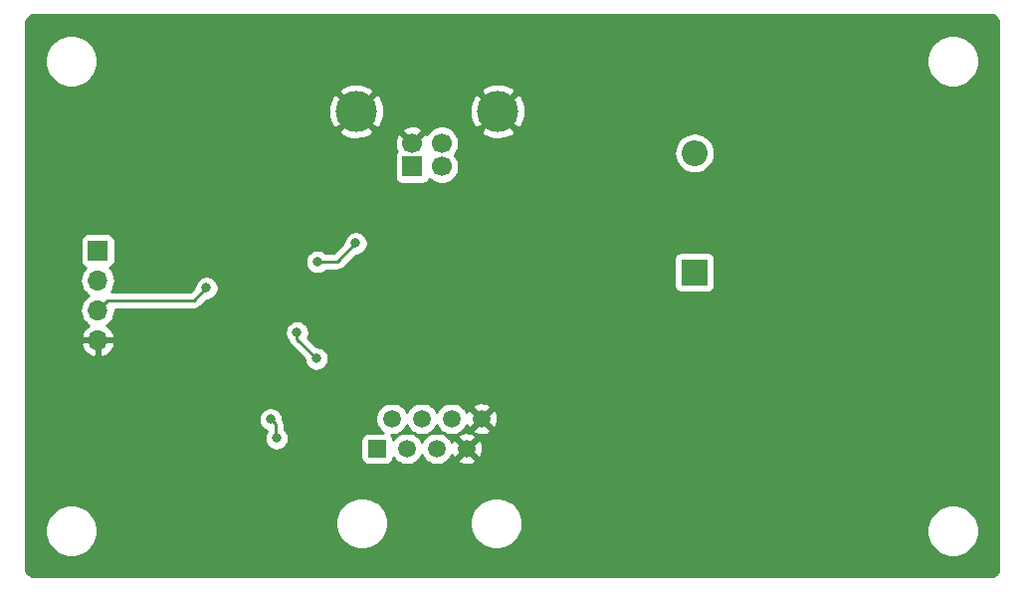
<source format=gbr>
G04 #@! TF.GenerationSoftware,KiCad,Pcbnew,(5.1.2-1)-1*
G04 #@! TF.CreationDate,2019-09-19T03:42:36+01:00*
G04 #@! TF.ProjectId,USB,5553422e-6b69-4636-9164-5f7063625858,rev?*
G04 #@! TF.SameCoordinates,Original*
G04 #@! TF.FileFunction,Copper,L2,Bot*
G04 #@! TF.FilePolarity,Positive*
%FSLAX46Y46*%
G04 Gerber Fmt 4.6, Leading zero omitted, Abs format (unit mm)*
G04 Created by KiCad (PCBNEW (5.1.2-1)-1) date 2019-09-19 03:42:36*
%MOMM*%
%LPD*%
G04 APERTURE LIST*
%ADD10C,1.500000*%
%ADD11R,1.500000X1.500000*%
%ADD12O,1.700000X1.700000*%
%ADD13R,1.700000X1.700000*%
%ADD14C,3.500000*%
%ADD15C,1.700000*%
%ADD16O,2.200000X2.200000*%
%ADD17R,2.200000X2.200000*%
%ADD18C,0.800000*%
%ADD19C,0.250000*%
%ADD20C,0.254000*%
G04 APERTURE END LIST*
D10*
X155890000Y-112460000D03*
X154620000Y-115000000D03*
X153350000Y-112460000D03*
X152080000Y-115000000D03*
X150810000Y-112460000D03*
X149540000Y-115000000D03*
X148270000Y-112460000D03*
D11*
X147000000Y-115000000D03*
D12*
X123232200Y-105770400D03*
X123232200Y-103230400D03*
X123232200Y-100690400D03*
D13*
X123232200Y-98150400D03*
D14*
X157270000Y-86290000D03*
X145230000Y-86290000D03*
D15*
X150000000Y-89000000D03*
X152500000Y-89000000D03*
X152500000Y-91000000D03*
D13*
X150000000Y-91000000D03*
D16*
X174000000Y-89840000D03*
D17*
X174000000Y-100000000D03*
D18*
X182219600Y-109461300D03*
X156616400Y-103289100D03*
X147345400Y-104470200D03*
X141986100Y-102311300D03*
X128320800Y-116852700D03*
X129247900Y-112268000D03*
X180000000Y-104000000D03*
X157124400Y-100431600D03*
X147000000Y-100523000D03*
X145186400Y-97510600D03*
X141909800Y-99110800D03*
X140182600Y-105117900D03*
X141833600Y-107327700D03*
X132486400Y-101320600D03*
X137947400Y-112509300D03*
X138442454Y-114102121D03*
D19*
X143637000Y-99060000D02*
X145186400Y-97510600D01*
X141960600Y-99060000D02*
X143637000Y-99060000D01*
X141909800Y-99110800D02*
X141960600Y-99060000D01*
X141732000Y-107226100D02*
X141833600Y-107327700D01*
X141732000Y-107118685D02*
X141732000Y-107226100D01*
X124082199Y-102380401D02*
X131426599Y-102380401D01*
X123232200Y-103230400D02*
X124082199Y-102380401D01*
X131426599Y-102380401D02*
X132486400Y-101320600D01*
X140182600Y-105676700D02*
X140182600Y-105117900D01*
X141833600Y-107327700D02*
X140182600Y-105676700D01*
X138347399Y-112909299D02*
X138347399Y-113874499D01*
X137947400Y-112509300D02*
X138347399Y-112909299D01*
X138442454Y-113969554D02*
X138442454Y-114102121D01*
X138347399Y-113874499D02*
X138442454Y-113969554D01*
D20*
G36*
X199646612Y-78341848D02*
G01*
X199873000Y-78615503D01*
X199873000Y-125383182D01*
X199658150Y-125646613D01*
X199384497Y-125873000D01*
X117616818Y-125873000D01*
X117353387Y-125658150D01*
X117127000Y-125384497D01*
X117127000Y-121779872D01*
X118765000Y-121779872D01*
X118765000Y-122220128D01*
X118850890Y-122651925D01*
X119019369Y-123058669D01*
X119263962Y-123424729D01*
X119575271Y-123736038D01*
X119941331Y-123980631D01*
X120348075Y-124149110D01*
X120779872Y-124235000D01*
X121220128Y-124235000D01*
X121651925Y-124149110D01*
X122058669Y-123980631D01*
X122424729Y-123736038D01*
X122736038Y-123424729D01*
X122980631Y-123058669D01*
X123149110Y-122651925D01*
X123235000Y-122220128D01*
X123235000Y-121779872D01*
X123149110Y-121348075D01*
X123058728Y-121129872D01*
X143495000Y-121129872D01*
X143495000Y-121570128D01*
X143580890Y-122001925D01*
X143749369Y-122408669D01*
X143993962Y-122774729D01*
X144305271Y-123086038D01*
X144671331Y-123330631D01*
X145078075Y-123499110D01*
X145509872Y-123585000D01*
X145950128Y-123585000D01*
X146381925Y-123499110D01*
X146788669Y-123330631D01*
X147154729Y-123086038D01*
X147466038Y-122774729D01*
X147710631Y-122408669D01*
X147879110Y-122001925D01*
X147965000Y-121570128D01*
X147965000Y-121129872D01*
X154925000Y-121129872D01*
X154925000Y-121570128D01*
X155010890Y-122001925D01*
X155179369Y-122408669D01*
X155423962Y-122774729D01*
X155735271Y-123086038D01*
X156101331Y-123330631D01*
X156508075Y-123499110D01*
X156939872Y-123585000D01*
X157380128Y-123585000D01*
X157811925Y-123499110D01*
X158218669Y-123330631D01*
X158584729Y-123086038D01*
X158896038Y-122774729D01*
X159140631Y-122408669D01*
X159309110Y-122001925D01*
X159353279Y-121779872D01*
X193765000Y-121779872D01*
X193765000Y-122220128D01*
X193850890Y-122651925D01*
X194019369Y-123058669D01*
X194263962Y-123424729D01*
X194575271Y-123736038D01*
X194941331Y-123980631D01*
X195348075Y-124149110D01*
X195779872Y-124235000D01*
X196220128Y-124235000D01*
X196651925Y-124149110D01*
X197058669Y-123980631D01*
X197424729Y-123736038D01*
X197736038Y-123424729D01*
X197980631Y-123058669D01*
X198149110Y-122651925D01*
X198235000Y-122220128D01*
X198235000Y-121779872D01*
X198149110Y-121348075D01*
X197980631Y-120941331D01*
X197736038Y-120575271D01*
X197424729Y-120263962D01*
X197058669Y-120019369D01*
X196651925Y-119850890D01*
X196220128Y-119765000D01*
X195779872Y-119765000D01*
X195348075Y-119850890D01*
X194941331Y-120019369D01*
X194575271Y-120263962D01*
X194263962Y-120575271D01*
X194019369Y-120941331D01*
X193850890Y-121348075D01*
X193765000Y-121779872D01*
X159353279Y-121779872D01*
X159395000Y-121570128D01*
X159395000Y-121129872D01*
X159309110Y-120698075D01*
X159140631Y-120291331D01*
X158896038Y-119925271D01*
X158584729Y-119613962D01*
X158218669Y-119369369D01*
X157811925Y-119200890D01*
X157380128Y-119115000D01*
X156939872Y-119115000D01*
X156508075Y-119200890D01*
X156101331Y-119369369D01*
X155735271Y-119613962D01*
X155423962Y-119925271D01*
X155179369Y-120291331D01*
X155010890Y-120698075D01*
X154925000Y-121129872D01*
X147965000Y-121129872D01*
X147879110Y-120698075D01*
X147710631Y-120291331D01*
X147466038Y-119925271D01*
X147154729Y-119613962D01*
X146788669Y-119369369D01*
X146381925Y-119200890D01*
X145950128Y-119115000D01*
X145509872Y-119115000D01*
X145078075Y-119200890D01*
X144671331Y-119369369D01*
X144305271Y-119613962D01*
X143993962Y-119925271D01*
X143749369Y-120291331D01*
X143580890Y-120698075D01*
X143495000Y-121129872D01*
X123058728Y-121129872D01*
X122980631Y-120941331D01*
X122736038Y-120575271D01*
X122424729Y-120263962D01*
X122058669Y-120019369D01*
X121651925Y-119850890D01*
X121220128Y-119765000D01*
X120779872Y-119765000D01*
X120348075Y-119850890D01*
X119941331Y-120019369D01*
X119575271Y-120263962D01*
X119263962Y-120575271D01*
X119019369Y-120941331D01*
X118850890Y-121348075D01*
X118765000Y-121779872D01*
X117127000Y-121779872D01*
X117127000Y-112407361D01*
X136912400Y-112407361D01*
X136912400Y-112611239D01*
X136952174Y-112811198D01*
X137030195Y-112999556D01*
X137143463Y-113169074D01*
X137287626Y-113313237D01*
X137457144Y-113426505D01*
X137587400Y-113480459D01*
X137587400Y-113518850D01*
X137525249Y-113611865D01*
X137447228Y-113800223D01*
X137407454Y-114000182D01*
X137407454Y-114204060D01*
X137447228Y-114404019D01*
X137525249Y-114592377D01*
X137638517Y-114761895D01*
X137782680Y-114906058D01*
X137952198Y-115019326D01*
X138140556Y-115097347D01*
X138340515Y-115137121D01*
X138544393Y-115137121D01*
X138744352Y-115097347D01*
X138932710Y-115019326D01*
X139102228Y-114906058D01*
X139246391Y-114761895D01*
X139359659Y-114592377D01*
X139437680Y-114404019D01*
X139468316Y-114250000D01*
X145611928Y-114250000D01*
X145611928Y-115750000D01*
X145624188Y-115874482D01*
X145660498Y-115994180D01*
X145719463Y-116104494D01*
X145798815Y-116201185D01*
X145895506Y-116280537D01*
X146005820Y-116339502D01*
X146125518Y-116375812D01*
X146250000Y-116388072D01*
X147750000Y-116388072D01*
X147874482Y-116375812D01*
X147994180Y-116339502D01*
X148104494Y-116280537D01*
X148201185Y-116201185D01*
X148280537Y-116104494D01*
X148339502Y-115994180D01*
X148375812Y-115874482D01*
X148386445Y-115766517D01*
X148464201Y-115882886D01*
X148657114Y-116075799D01*
X148883957Y-116227371D01*
X149136011Y-116331775D01*
X149403589Y-116385000D01*
X149676411Y-116385000D01*
X149943989Y-116331775D01*
X150196043Y-116227371D01*
X150422886Y-116075799D01*
X150615799Y-115882886D01*
X150767371Y-115656043D01*
X150810000Y-115553127D01*
X150852629Y-115656043D01*
X151004201Y-115882886D01*
X151197114Y-116075799D01*
X151423957Y-116227371D01*
X151676011Y-116331775D01*
X151943589Y-116385000D01*
X152216411Y-116385000D01*
X152483989Y-116331775D01*
X152736043Y-116227371D01*
X152962886Y-116075799D01*
X153081692Y-115956993D01*
X153842612Y-115956993D01*
X153908137Y-116195860D01*
X154155116Y-116311760D01*
X154419960Y-116377250D01*
X154692492Y-116389812D01*
X154962238Y-116348965D01*
X155218832Y-116256277D01*
X155331863Y-116195860D01*
X155397388Y-115956993D01*
X154620000Y-115179605D01*
X153842612Y-115956993D01*
X153081692Y-115956993D01*
X153155799Y-115882886D01*
X153307371Y-115656043D01*
X153348511Y-115556721D01*
X153363723Y-115598832D01*
X153424140Y-115711863D01*
X153663007Y-115777388D01*
X154440395Y-115000000D01*
X154799605Y-115000000D01*
X155576993Y-115777388D01*
X155815860Y-115711863D01*
X155931760Y-115464884D01*
X155997250Y-115200040D01*
X156009812Y-114927508D01*
X155968965Y-114657762D01*
X155876277Y-114401168D01*
X155815860Y-114288137D01*
X155576993Y-114222612D01*
X154799605Y-115000000D01*
X154440395Y-115000000D01*
X153663007Y-114222612D01*
X153424140Y-114288137D01*
X153349836Y-114446477D01*
X153307371Y-114343957D01*
X153155799Y-114117114D01*
X153081692Y-114043007D01*
X153842612Y-114043007D01*
X154620000Y-114820395D01*
X155397388Y-114043007D01*
X155331863Y-113804140D01*
X155084884Y-113688240D01*
X154820040Y-113622750D01*
X154547508Y-113610188D01*
X154277762Y-113651035D01*
X154021168Y-113743723D01*
X153908137Y-113804140D01*
X153842612Y-114043007D01*
X153081692Y-114043007D01*
X152962886Y-113924201D01*
X152736043Y-113772629D01*
X152483989Y-113668225D01*
X152216411Y-113615000D01*
X151943589Y-113615000D01*
X151676011Y-113668225D01*
X151423957Y-113772629D01*
X151197114Y-113924201D01*
X151004201Y-114117114D01*
X150852629Y-114343957D01*
X150810000Y-114446873D01*
X150767371Y-114343957D01*
X150615799Y-114117114D01*
X150422886Y-113924201D01*
X150196043Y-113772629D01*
X149943989Y-113668225D01*
X149676411Y-113615000D01*
X149403589Y-113615000D01*
X149136011Y-113668225D01*
X148883957Y-113772629D01*
X148657114Y-113924201D01*
X148464201Y-114117114D01*
X148386445Y-114233483D01*
X148375812Y-114125518D01*
X148339502Y-114005820D01*
X148280537Y-113895506D01*
X148239088Y-113845000D01*
X148406411Y-113845000D01*
X148673989Y-113791775D01*
X148926043Y-113687371D01*
X149152886Y-113535799D01*
X149345799Y-113342886D01*
X149497371Y-113116043D01*
X149540000Y-113013127D01*
X149582629Y-113116043D01*
X149734201Y-113342886D01*
X149927114Y-113535799D01*
X150153957Y-113687371D01*
X150406011Y-113791775D01*
X150673589Y-113845000D01*
X150946411Y-113845000D01*
X151213989Y-113791775D01*
X151466043Y-113687371D01*
X151692886Y-113535799D01*
X151885799Y-113342886D01*
X152037371Y-113116043D01*
X152080000Y-113013127D01*
X152122629Y-113116043D01*
X152274201Y-113342886D01*
X152467114Y-113535799D01*
X152693957Y-113687371D01*
X152946011Y-113791775D01*
X153213589Y-113845000D01*
X153486411Y-113845000D01*
X153753989Y-113791775D01*
X154006043Y-113687371D01*
X154232886Y-113535799D01*
X154351692Y-113416993D01*
X155112612Y-113416993D01*
X155178137Y-113655860D01*
X155425116Y-113771760D01*
X155689960Y-113837250D01*
X155962492Y-113849812D01*
X156232238Y-113808965D01*
X156488832Y-113716277D01*
X156601863Y-113655860D01*
X156667388Y-113416993D01*
X155890000Y-112639605D01*
X155112612Y-113416993D01*
X154351692Y-113416993D01*
X154425799Y-113342886D01*
X154577371Y-113116043D01*
X154618511Y-113016721D01*
X154633723Y-113058832D01*
X154694140Y-113171863D01*
X154933007Y-113237388D01*
X155710395Y-112460000D01*
X156069605Y-112460000D01*
X156846993Y-113237388D01*
X157085860Y-113171863D01*
X157201760Y-112924884D01*
X157267250Y-112660040D01*
X157279812Y-112387508D01*
X157238965Y-112117762D01*
X157146277Y-111861168D01*
X157085860Y-111748137D01*
X156846993Y-111682612D01*
X156069605Y-112460000D01*
X155710395Y-112460000D01*
X154933007Y-111682612D01*
X154694140Y-111748137D01*
X154619836Y-111906477D01*
X154577371Y-111803957D01*
X154425799Y-111577114D01*
X154351692Y-111503007D01*
X155112612Y-111503007D01*
X155890000Y-112280395D01*
X156667388Y-111503007D01*
X156601863Y-111264140D01*
X156354884Y-111148240D01*
X156090040Y-111082750D01*
X155817508Y-111070188D01*
X155547762Y-111111035D01*
X155291168Y-111203723D01*
X155178137Y-111264140D01*
X155112612Y-111503007D01*
X154351692Y-111503007D01*
X154232886Y-111384201D01*
X154006043Y-111232629D01*
X153753989Y-111128225D01*
X153486411Y-111075000D01*
X153213589Y-111075000D01*
X152946011Y-111128225D01*
X152693957Y-111232629D01*
X152467114Y-111384201D01*
X152274201Y-111577114D01*
X152122629Y-111803957D01*
X152080000Y-111906873D01*
X152037371Y-111803957D01*
X151885799Y-111577114D01*
X151692886Y-111384201D01*
X151466043Y-111232629D01*
X151213989Y-111128225D01*
X150946411Y-111075000D01*
X150673589Y-111075000D01*
X150406011Y-111128225D01*
X150153957Y-111232629D01*
X149927114Y-111384201D01*
X149734201Y-111577114D01*
X149582629Y-111803957D01*
X149540000Y-111906873D01*
X149497371Y-111803957D01*
X149345799Y-111577114D01*
X149152886Y-111384201D01*
X148926043Y-111232629D01*
X148673989Y-111128225D01*
X148406411Y-111075000D01*
X148133589Y-111075000D01*
X147866011Y-111128225D01*
X147613957Y-111232629D01*
X147387114Y-111384201D01*
X147194201Y-111577114D01*
X147042629Y-111803957D01*
X146938225Y-112056011D01*
X146885000Y-112323589D01*
X146885000Y-112596411D01*
X146938225Y-112863989D01*
X147042629Y-113116043D01*
X147194201Y-113342886D01*
X147387114Y-113535799D01*
X147501049Y-113611928D01*
X146250000Y-113611928D01*
X146125518Y-113624188D01*
X146005820Y-113660498D01*
X145895506Y-113719463D01*
X145798815Y-113798815D01*
X145719463Y-113895506D01*
X145660498Y-114005820D01*
X145624188Y-114125518D01*
X145611928Y-114250000D01*
X139468316Y-114250000D01*
X139477454Y-114204060D01*
X139477454Y-114000182D01*
X139437680Y-113800223D01*
X139359659Y-113611865D01*
X139246391Y-113442347D01*
X139107399Y-113303355D01*
X139107399Y-112946621D01*
X139111075Y-112909298D01*
X139107399Y-112871976D01*
X139107399Y-112871966D01*
X139096402Y-112760313D01*
X139052945Y-112617052D01*
X138982400Y-112485074D01*
X138982400Y-112407361D01*
X138942626Y-112207402D01*
X138864605Y-112019044D01*
X138751337Y-111849526D01*
X138607174Y-111705363D01*
X138437656Y-111592095D01*
X138249298Y-111514074D01*
X138049339Y-111474300D01*
X137845461Y-111474300D01*
X137645502Y-111514074D01*
X137457144Y-111592095D01*
X137287626Y-111705363D01*
X137143463Y-111849526D01*
X137030195Y-112019044D01*
X136952174Y-112207402D01*
X136912400Y-112407361D01*
X117127000Y-112407361D01*
X117127000Y-106127290D01*
X121790724Y-106127290D01*
X121835375Y-106274499D01*
X121960559Y-106537320D01*
X122134612Y-106770669D01*
X122350845Y-106965578D01*
X122600948Y-107114557D01*
X122875309Y-107211881D01*
X123105200Y-107091214D01*
X123105200Y-105897400D01*
X123359200Y-105897400D01*
X123359200Y-107091214D01*
X123589091Y-107211881D01*
X123863452Y-107114557D01*
X124113555Y-106965578D01*
X124329788Y-106770669D01*
X124503841Y-106537320D01*
X124629025Y-106274499D01*
X124673676Y-106127290D01*
X124552355Y-105897400D01*
X123359200Y-105897400D01*
X123105200Y-105897400D01*
X121912045Y-105897400D01*
X121790724Y-106127290D01*
X117127000Y-106127290D01*
X117127000Y-100690400D01*
X121740015Y-100690400D01*
X121768687Y-100981511D01*
X121853601Y-101261434D01*
X121991494Y-101519414D01*
X122177066Y-101745534D01*
X122403186Y-101931106D01*
X122457991Y-101960400D01*
X122403186Y-101989694D01*
X122177066Y-102175266D01*
X121991494Y-102401386D01*
X121853601Y-102659366D01*
X121768687Y-102939289D01*
X121740015Y-103230400D01*
X121768687Y-103521511D01*
X121853601Y-103801434D01*
X121991494Y-104059414D01*
X122177066Y-104285534D01*
X122403186Y-104471106D01*
X122467723Y-104505601D01*
X122350845Y-104575222D01*
X122134612Y-104770131D01*
X121960559Y-105003480D01*
X121835375Y-105266301D01*
X121790724Y-105413510D01*
X121912045Y-105643400D01*
X123105200Y-105643400D01*
X123105200Y-105623400D01*
X123359200Y-105623400D01*
X123359200Y-105643400D01*
X124552355Y-105643400D01*
X124673676Y-105413510D01*
X124629025Y-105266301D01*
X124509786Y-105015961D01*
X139147600Y-105015961D01*
X139147600Y-105219839D01*
X139187374Y-105419798D01*
X139265395Y-105608156D01*
X139378663Y-105777674D01*
X139436611Y-105835622D01*
X139462764Y-105921837D01*
X139477054Y-105968946D01*
X139547626Y-106100976D01*
X139569222Y-106127290D01*
X139642599Y-106216701D01*
X139671603Y-106240504D01*
X140798600Y-107367502D01*
X140798600Y-107429639D01*
X140838374Y-107629598D01*
X140916395Y-107817956D01*
X141029663Y-107987474D01*
X141173826Y-108131637D01*
X141343344Y-108244905D01*
X141531702Y-108322926D01*
X141731661Y-108362700D01*
X141935539Y-108362700D01*
X142135498Y-108322926D01*
X142323856Y-108244905D01*
X142493374Y-108131637D01*
X142637537Y-107987474D01*
X142750805Y-107817956D01*
X142828826Y-107629598D01*
X142868600Y-107429639D01*
X142868600Y-107225761D01*
X142828826Y-107025802D01*
X142750805Y-106837444D01*
X142637537Y-106667926D01*
X142493374Y-106523763D01*
X142323856Y-106410495D01*
X142135498Y-106332474D01*
X141935539Y-106292700D01*
X141873402Y-106292700D01*
X141125888Y-105545187D01*
X141177826Y-105419798D01*
X141217600Y-105219839D01*
X141217600Y-105015961D01*
X141177826Y-104816002D01*
X141099805Y-104627644D01*
X140986537Y-104458126D01*
X140842374Y-104313963D01*
X140672856Y-104200695D01*
X140484498Y-104122674D01*
X140284539Y-104082900D01*
X140080661Y-104082900D01*
X139880702Y-104122674D01*
X139692344Y-104200695D01*
X139522826Y-104313963D01*
X139378663Y-104458126D01*
X139265395Y-104627644D01*
X139187374Y-104816002D01*
X139147600Y-105015961D01*
X124509786Y-105015961D01*
X124503841Y-105003480D01*
X124329788Y-104770131D01*
X124113555Y-104575222D01*
X123996677Y-104505601D01*
X124061214Y-104471106D01*
X124287334Y-104285534D01*
X124472906Y-104059414D01*
X124610799Y-103801434D01*
X124695713Y-103521511D01*
X124724385Y-103230400D01*
X124715521Y-103140401D01*
X131389277Y-103140401D01*
X131426599Y-103144077D01*
X131463921Y-103140401D01*
X131463932Y-103140401D01*
X131575585Y-103129404D01*
X131718846Y-103085947D01*
X131850875Y-103015375D01*
X131966600Y-102920402D01*
X131990403Y-102891399D01*
X132526202Y-102355600D01*
X132588339Y-102355600D01*
X132788298Y-102315826D01*
X132976656Y-102237805D01*
X133146174Y-102124537D01*
X133290337Y-101980374D01*
X133403605Y-101810856D01*
X133481626Y-101622498D01*
X133521400Y-101422539D01*
X133521400Y-101218661D01*
X133481626Y-101018702D01*
X133403605Y-100830344D01*
X133290337Y-100660826D01*
X133146174Y-100516663D01*
X132976656Y-100403395D01*
X132788298Y-100325374D01*
X132588339Y-100285600D01*
X132384461Y-100285600D01*
X132184502Y-100325374D01*
X131996144Y-100403395D01*
X131826626Y-100516663D01*
X131682463Y-100660826D01*
X131569195Y-100830344D01*
X131491174Y-101018702D01*
X131451400Y-101218661D01*
X131451400Y-101280798D01*
X131111798Y-101620401D01*
X124390028Y-101620401D01*
X124472906Y-101519414D01*
X124610799Y-101261434D01*
X124695713Y-100981511D01*
X124724385Y-100690400D01*
X124695713Y-100399289D01*
X124610799Y-100119366D01*
X124472906Y-99861386D01*
X124287334Y-99635266D01*
X124257513Y-99610793D01*
X124326380Y-99589902D01*
X124436694Y-99530937D01*
X124533385Y-99451585D01*
X124612737Y-99354894D01*
X124671702Y-99244580D01*
X124708012Y-99124882D01*
X124719438Y-99008861D01*
X140874800Y-99008861D01*
X140874800Y-99212739D01*
X140914574Y-99412698D01*
X140992595Y-99601056D01*
X141105863Y-99770574D01*
X141250026Y-99914737D01*
X141419544Y-100028005D01*
X141607902Y-100106026D01*
X141807861Y-100145800D01*
X142011739Y-100145800D01*
X142211698Y-100106026D01*
X142400056Y-100028005D01*
X142569574Y-99914737D01*
X142664311Y-99820000D01*
X143599678Y-99820000D01*
X143637000Y-99823676D01*
X143674322Y-99820000D01*
X143674333Y-99820000D01*
X143785986Y-99809003D01*
X143929247Y-99765546D01*
X144061276Y-99694974D01*
X144177001Y-99600001D01*
X144200803Y-99570998D01*
X144871801Y-98900000D01*
X172261928Y-98900000D01*
X172261928Y-101100000D01*
X172274188Y-101224482D01*
X172310498Y-101344180D01*
X172369463Y-101454494D01*
X172448815Y-101551185D01*
X172545506Y-101630537D01*
X172655820Y-101689502D01*
X172775518Y-101725812D01*
X172900000Y-101738072D01*
X175100000Y-101738072D01*
X175224482Y-101725812D01*
X175344180Y-101689502D01*
X175454494Y-101630537D01*
X175551185Y-101551185D01*
X175630537Y-101454494D01*
X175689502Y-101344180D01*
X175725812Y-101224482D01*
X175738072Y-101100000D01*
X175738072Y-98900000D01*
X175725812Y-98775518D01*
X175689502Y-98655820D01*
X175630537Y-98545506D01*
X175551185Y-98448815D01*
X175454494Y-98369463D01*
X175344180Y-98310498D01*
X175224482Y-98274188D01*
X175100000Y-98261928D01*
X172900000Y-98261928D01*
X172775518Y-98274188D01*
X172655820Y-98310498D01*
X172545506Y-98369463D01*
X172448815Y-98448815D01*
X172369463Y-98545506D01*
X172310498Y-98655820D01*
X172274188Y-98775518D01*
X172261928Y-98900000D01*
X144871801Y-98900000D01*
X145226202Y-98545600D01*
X145288339Y-98545600D01*
X145488298Y-98505826D01*
X145676656Y-98427805D01*
X145846174Y-98314537D01*
X145990337Y-98170374D01*
X146103605Y-98000856D01*
X146181626Y-97812498D01*
X146221400Y-97612539D01*
X146221400Y-97408661D01*
X146181626Y-97208702D01*
X146103605Y-97020344D01*
X145990337Y-96850826D01*
X145846174Y-96706663D01*
X145676656Y-96593395D01*
X145488298Y-96515374D01*
X145288339Y-96475600D01*
X145084461Y-96475600D01*
X144884502Y-96515374D01*
X144696144Y-96593395D01*
X144526626Y-96706663D01*
X144382463Y-96850826D01*
X144269195Y-97020344D01*
X144191174Y-97208702D01*
X144151400Y-97408661D01*
X144151400Y-97470798D01*
X143322199Y-98300000D01*
X142559303Y-98300000D01*
X142400056Y-98193595D01*
X142211698Y-98115574D01*
X142011739Y-98075800D01*
X141807861Y-98075800D01*
X141607902Y-98115574D01*
X141419544Y-98193595D01*
X141250026Y-98306863D01*
X141105863Y-98451026D01*
X140992595Y-98620544D01*
X140914574Y-98808902D01*
X140874800Y-99008861D01*
X124719438Y-99008861D01*
X124720272Y-99000400D01*
X124720272Y-97300400D01*
X124708012Y-97175918D01*
X124671702Y-97056220D01*
X124612737Y-96945906D01*
X124533385Y-96849215D01*
X124436694Y-96769863D01*
X124326380Y-96710898D01*
X124206682Y-96674588D01*
X124082200Y-96662328D01*
X122382200Y-96662328D01*
X122257718Y-96674588D01*
X122138020Y-96710898D01*
X122027706Y-96769863D01*
X121931015Y-96849215D01*
X121851663Y-96945906D01*
X121792698Y-97056220D01*
X121756388Y-97175918D01*
X121744128Y-97300400D01*
X121744128Y-99000400D01*
X121756388Y-99124882D01*
X121792698Y-99244580D01*
X121851663Y-99354894D01*
X121931015Y-99451585D01*
X122027706Y-99530937D01*
X122138020Y-99589902D01*
X122206887Y-99610793D01*
X122177066Y-99635266D01*
X121991494Y-99861386D01*
X121853601Y-100119366D01*
X121768687Y-100399289D01*
X121740015Y-100690400D01*
X117127000Y-100690400D01*
X117127000Y-89068531D01*
X148509389Y-89068531D01*
X148551401Y-89358019D01*
X148649081Y-89633747D01*
X148689759Y-89709850D01*
X148619463Y-89795506D01*
X148560498Y-89905820D01*
X148524188Y-90025518D01*
X148511928Y-90150000D01*
X148511928Y-91850000D01*
X148524188Y-91974482D01*
X148560498Y-92094180D01*
X148619463Y-92204494D01*
X148698815Y-92301185D01*
X148795506Y-92380537D01*
X148905820Y-92439502D01*
X149025518Y-92475812D01*
X149150000Y-92488072D01*
X150850000Y-92488072D01*
X150974482Y-92475812D01*
X151094180Y-92439502D01*
X151204494Y-92380537D01*
X151301185Y-92301185D01*
X151380537Y-92204494D01*
X151439502Y-92094180D01*
X151452203Y-92052310D01*
X151553368Y-92153475D01*
X151796589Y-92315990D01*
X152066842Y-92427932D01*
X152353740Y-92485000D01*
X152646260Y-92485000D01*
X152933158Y-92427932D01*
X153203411Y-92315990D01*
X153446632Y-92153475D01*
X153653475Y-91946632D01*
X153815990Y-91703411D01*
X153927932Y-91433158D01*
X153985000Y-91146260D01*
X153985000Y-90853740D01*
X153927932Y-90566842D01*
X153815990Y-90296589D01*
X153653475Y-90053368D01*
X153600107Y-90000000D01*
X153653475Y-89946632D01*
X153724724Y-89840000D01*
X172256606Y-89840000D01*
X172290105Y-90180119D01*
X172389314Y-90507168D01*
X172550421Y-90808578D01*
X172767234Y-91072766D01*
X173031422Y-91289579D01*
X173332832Y-91450686D01*
X173659881Y-91549895D01*
X173914775Y-91575000D01*
X174085225Y-91575000D01*
X174340119Y-91549895D01*
X174667168Y-91450686D01*
X174968578Y-91289579D01*
X175232766Y-91072766D01*
X175449579Y-90808578D01*
X175610686Y-90507168D01*
X175709895Y-90180119D01*
X175743394Y-89840000D01*
X175709895Y-89499881D01*
X175610686Y-89172832D01*
X175449579Y-88871422D01*
X175232766Y-88607234D01*
X174968578Y-88390421D01*
X174667168Y-88229314D01*
X174340119Y-88130105D01*
X174085225Y-88105000D01*
X173914775Y-88105000D01*
X173659881Y-88130105D01*
X173332832Y-88229314D01*
X173031422Y-88390421D01*
X172767234Y-88607234D01*
X172550421Y-88871422D01*
X172389314Y-89172832D01*
X172290105Y-89499881D01*
X172256606Y-89840000D01*
X153724724Y-89840000D01*
X153815990Y-89703411D01*
X153927932Y-89433158D01*
X153985000Y-89146260D01*
X153985000Y-88853740D01*
X153927932Y-88566842D01*
X153815990Y-88296589D01*
X153653475Y-88053368D01*
X153559716Y-87959609D01*
X155779997Y-87959609D01*
X155966073Y-88300766D01*
X156383409Y-88516513D01*
X156834815Y-88646696D01*
X157302946Y-88686313D01*
X157769811Y-88633842D01*
X158217468Y-88491297D01*
X158573927Y-88300766D01*
X158760003Y-87959609D01*
X157270000Y-86469605D01*
X155779997Y-87959609D01*
X153559716Y-87959609D01*
X153446632Y-87846525D01*
X153203411Y-87684010D01*
X152933158Y-87572068D01*
X152646260Y-87515000D01*
X152353740Y-87515000D01*
X152066842Y-87572068D01*
X151796589Y-87684010D01*
X151553368Y-87846525D01*
X151346525Y-88053368D01*
X151237584Y-88216410D01*
X151028397Y-88151208D01*
X150179605Y-89000000D01*
X150193748Y-89014143D01*
X150014143Y-89193748D01*
X150000000Y-89179605D01*
X149985858Y-89193748D01*
X149806253Y-89014143D01*
X149820395Y-89000000D01*
X148971603Y-88151208D01*
X148722528Y-88228843D01*
X148596629Y-88492883D01*
X148524661Y-88776411D01*
X148509389Y-89068531D01*
X117127000Y-89068531D01*
X117127000Y-87959609D01*
X143739997Y-87959609D01*
X143926073Y-88300766D01*
X144343409Y-88516513D01*
X144794815Y-88646696D01*
X145262946Y-88686313D01*
X145729811Y-88633842D01*
X146177468Y-88491297D01*
X146533927Y-88300766D01*
X146713461Y-87971603D01*
X149151208Y-87971603D01*
X150000000Y-88820395D01*
X150848792Y-87971603D01*
X150771157Y-87722528D01*
X150507117Y-87596629D01*
X150223589Y-87524661D01*
X149931469Y-87509389D01*
X149641981Y-87551401D01*
X149366253Y-87649081D01*
X149228843Y-87722528D01*
X149151208Y-87971603D01*
X146713461Y-87971603D01*
X146720003Y-87959609D01*
X145230000Y-86469605D01*
X143739997Y-87959609D01*
X117127000Y-87959609D01*
X117127000Y-86322946D01*
X142833687Y-86322946D01*
X142886158Y-86789811D01*
X143028703Y-87237468D01*
X143219234Y-87593927D01*
X143560391Y-87780003D01*
X145050395Y-86290000D01*
X145409605Y-86290000D01*
X146899609Y-87780003D01*
X147240766Y-87593927D01*
X147456513Y-87176591D01*
X147586696Y-86725185D01*
X147620736Y-86322946D01*
X154873687Y-86322946D01*
X154926158Y-86789811D01*
X155068703Y-87237468D01*
X155259234Y-87593927D01*
X155600391Y-87780003D01*
X157090395Y-86290000D01*
X157449605Y-86290000D01*
X158939609Y-87780003D01*
X159280766Y-87593927D01*
X159496513Y-87176591D01*
X159626696Y-86725185D01*
X159666313Y-86257054D01*
X159613842Y-85790189D01*
X159471297Y-85342532D01*
X159280766Y-84986073D01*
X158939609Y-84799997D01*
X157449605Y-86290000D01*
X157090395Y-86290000D01*
X155600391Y-84799997D01*
X155259234Y-84986073D01*
X155043487Y-85403409D01*
X154913304Y-85854815D01*
X154873687Y-86322946D01*
X147620736Y-86322946D01*
X147626313Y-86257054D01*
X147573842Y-85790189D01*
X147431297Y-85342532D01*
X147240766Y-84986073D01*
X146899609Y-84799997D01*
X145409605Y-86290000D01*
X145050395Y-86290000D01*
X143560391Y-84799997D01*
X143219234Y-84986073D01*
X143003487Y-85403409D01*
X142873304Y-85854815D01*
X142833687Y-86322946D01*
X117127000Y-86322946D01*
X117127000Y-84620391D01*
X143739997Y-84620391D01*
X145230000Y-86110395D01*
X146720003Y-84620391D01*
X155779997Y-84620391D01*
X157270000Y-86110395D01*
X158760003Y-84620391D01*
X158573927Y-84279234D01*
X158156591Y-84063487D01*
X157705185Y-83933304D01*
X157237054Y-83893687D01*
X156770189Y-83946158D01*
X156322532Y-84088703D01*
X155966073Y-84279234D01*
X155779997Y-84620391D01*
X146720003Y-84620391D01*
X146533927Y-84279234D01*
X146116591Y-84063487D01*
X145665185Y-83933304D01*
X145197054Y-83893687D01*
X144730189Y-83946158D01*
X144282532Y-84088703D01*
X143926073Y-84279234D01*
X143739997Y-84620391D01*
X117127000Y-84620391D01*
X117127000Y-81779872D01*
X118765000Y-81779872D01*
X118765000Y-82220128D01*
X118850890Y-82651925D01*
X119019369Y-83058669D01*
X119263962Y-83424729D01*
X119575271Y-83736038D01*
X119941331Y-83980631D01*
X120348075Y-84149110D01*
X120779872Y-84235000D01*
X121220128Y-84235000D01*
X121651925Y-84149110D01*
X122058669Y-83980631D01*
X122424729Y-83736038D01*
X122736038Y-83424729D01*
X122980631Y-83058669D01*
X123149110Y-82651925D01*
X123235000Y-82220128D01*
X123235000Y-81779872D01*
X193765000Y-81779872D01*
X193765000Y-82220128D01*
X193850890Y-82651925D01*
X194019369Y-83058669D01*
X194263962Y-83424729D01*
X194575271Y-83736038D01*
X194941331Y-83980631D01*
X195348075Y-84149110D01*
X195779872Y-84235000D01*
X196220128Y-84235000D01*
X196651925Y-84149110D01*
X197058669Y-83980631D01*
X197424729Y-83736038D01*
X197736038Y-83424729D01*
X197980631Y-83058669D01*
X198149110Y-82651925D01*
X198235000Y-82220128D01*
X198235000Y-81779872D01*
X198149110Y-81348075D01*
X197980631Y-80941331D01*
X197736038Y-80575271D01*
X197424729Y-80263962D01*
X197058669Y-80019369D01*
X196651925Y-79850890D01*
X196220128Y-79765000D01*
X195779872Y-79765000D01*
X195348075Y-79850890D01*
X194941331Y-80019369D01*
X194575271Y-80263962D01*
X194263962Y-80575271D01*
X194019369Y-80941331D01*
X193850890Y-81348075D01*
X193765000Y-81779872D01*
X123235000Y-81779872D01*
X123149110Y-81348075D01*
X122980631Y-80941331D01*
X122736038Y-80575271D01*
X122424729Y-80263962D01*
X122058669Y-80019369D01*
X121651925Y-79850890D01*
X121220128Y-79765000D01*
X120779872Y-79765000D01*
X120348075Y-79850890D01*
X119941331Y-80019369D01*
X119575271Y-80263962D01*
X119263962Y-80575271D01*
X119019369Y-80941331D01*
X118850890Y-81348075D01*
X118765000Y-81779872D01*
X117127000Y-81779872D01*
X117127000Y-78616818D01*
X117341848Y-78353388D01*
X117615503Y-78127000D01*
X199383182Y-78127000D01*
X199646612Y-78341848D01*
X199646612Y-78341848D01*
G37*
X199646612Y-78341848D02*
X199873000Y-78615503D01*
X199873000Y-125383182D01*
X199658150Y-125646613D01*
X199384497Y-125873000D01*
X117616818Y-125873000D01*
X117353387Y-125658150D01*
X117127000Y-125384497D01*
X117127000Y-121779872D01*
X118765000Y-121779872D01*
X118765000Y-122220128D01*
X118850890Y-122651925D01*
X119019369Y-123058669D01*
X119263962Y-123424729D01*
X119575271Y-123736038D01*
X119941331Y-123980631D01*
X120348075Y-124149110D01*
X120779872Y-124235000D01*
X121220128Y-124235000D01*
X121651925Y-124149110D01*
X122058669Y-123980631D01*
X122424729Y-123736038D01*
X122736038Y-123424729D01*
X122980631Y-123058669D01*
X123149110Y-122651925D01*
X123235000Y-122220128D01*
X123235000Y-121779872D01*
X123149110Y-121348075D01*
X123058728Y-121129872D01*
X143495000Y-121129872D01*
X143495000Y-121570128D01*
X143580890Y-122001925D01*
X143749369Y-122408669D01*
X143993962Y-122774729D01*
X144305271Y-123086038D01*
X144671331Y-123330631D01*
X145078075Y-123499110D01*
X145509872Y-123585000D01*
X145950128Y-123585000D01*
X146381925Y-123499110D01*
X146788669Y-123330631D01*
X147154729Y-123086038D01*
X147466038Y-122774729D01*
X147710631Y-122408669D01*
X147879110Y-122001925D01*
X147965000Y-121570128D01*
X147965000Y-121129872D01*
X154925000Y-121129872D01*
X154925000Y-121570128D01*
X155010890Y-122001925D01*
X155179369Y-122408669D01*
X155423962Y-122774729D01*
X155735271Y-123086038D01*
X156101331Y-123330631D01*
X156508075Y-123499110D01*
X156939872Y-123585000D01*
X157380128Y-123585000D01*
X157811925Y-123499110D01*
X158218669Y-123330631D01*
X158584729Y-123086038D01*
X158896038Y-122774729D01*
X159140631Y-122408669D01*
X159309110Y-122001925D01*
X159353279Y-121779872D01*
X193765000Y-121779872D01*
X193765000Y-122220128D01*
X193850890Y-122651925D01*
X194019369Y-123058669D01*
X194263962Y-123424729D01*
X194575271Y-123736038D01*
X194941331Y-123980631D01*
X195348075Y-124149110D01*
X195779872Y-124235000D01*
X196220128Y-124235000D01*
X196651925Y-124149110D01*
X197058669Y-123980631D01*
X197424729Y-123736038D01*
X197736038Y-123424729D01*
X197980631Y-123058669D01*
X198149110Y-122651925D01*
X198235000Y-122220128D01*
X198235000Y-121779872D01*
X198149110Y-121348075D01*
X197980631Y-120941331D01*
X197736038Y-120575271D01*
X197424729Y-120263962D01*
X197058669Y-120019369D01*
X196651925Y-119850890D01*
X196220128Y-119765000D01*
X195779872Y-119765000D01*
X195348075Y-119850890D01*
X194941331Y-120019369D01*
X194575271Y-120263962D01*
X194263962Y-120575271D01*
X194019369Y-120941331D01*
X193850890Y-121348075D01*
X193765000Y-121779872D01*
X159353279Y-121779872D01*
X159395000Y-121570128D01*
X159395000Y-121129872D01*
X159309110Y-120698075D01*
X159140631Y-120291331D01*
X158896038Y-119925271D01*
X158584729Y-119613962D01*
X158218669Y-119369369D01*
X157811925Y-119200890D01*
X157380128Y-119115000D01*
X156939872Y-119115000D01*
X156508075Y-119200890D01*
X156101331Y-119369369D01*
X155735271Y-119613962D01*
X155423962Y-119925271D01*
X155179369Y-120291331D01*
X155010890Y-120698075D01*
X154925000Y-121129872D01*
X147965000Y-121129872D01*
X147879110Y-120698075D01*
X147710631Y-120291331D01*
X147466038Y-119925271D01*
X147154729Y-119613962D01*
X146788669Y-119369369D01*
X146381925Y-119200890D01*
X145950128Y-119115000D01*
X145509872Y-119115000D01*
X145078075Y-119200890D01*
X144671331Y-119369369D01*
X144305271Y-119613962D01*
X143993962Y-119925271D01*
X143749369Y-120291331D01*
X143580890Y-120698075D01*
X143495000Y-121129872D01*
X123058728Y-121129872D01*
X122980631Y-120941331D01*
X122736038Y-120575271D01*
X122424729Y-120263962D01*
X122058669Y-120019369D01*
X121651925Y-119850890D01*
X121220128Y-119765000D01*
X120779872Y-119765000D01*
X120348075Y-119850890D01*
X119941331Y-120019369D01*
X119575271Y-120263962D01*
X119263962Y-120575271D01*
X119019369Y-120941331D01*
X118850890Y-121348075D01*
X118765000Y-121779872D01*
X117127000Y-121779872D01*
X117127000Y-112407361D01*
X136912400Y-112407361D01*
X136912400Y-112611239D01*
X136952174Y-112811198D01*
X137030195Y-112999556D01*
X137143463Y-113169074D01*
X137287626Y-113313237D01*
X137457144Y-113426505D01*
X137587400Y-113480459D01*
X137587400Y-113518850D01*
X137525249Y-113611865D01*
X137447228Y-113800223D01*
X137407454Y-114000182D01*
X137407454Y-114204060D01*
X137447228Y-114404019D01*
X137525249Y-114592377D01*
X137638517Y-114761895D01*
X137782680Y-114906058D01*
X137952198Y-115019326D01*
X138140556Y-115097347D01*
X138340515Y-115137121D01*
X138544393Y-115137121D01*
X138744352Y-115097347D01*
X138932710Y-115019326D01*
X139102228Y-114906058D01*
X139246391Y-114761895D01*
X139359659Y-114592377D01*
X139437680Y-114404019D01*
X139468316Y-114250000D01*
X145611928Y-114250000D01*
X145611928Y-115750000D01*
X145624188Y-115874482D01*
X145660498Y-115994180D01*
X145719463Y-116104494D01*
X145798815Y-116201185D01*
X145895506Y-116280537D01*
X146005820Y-116339502D01*
X146125518Y-116375812D01*
X146250000Y-116388072D01*
X147750000Y-116388072D01*
X147874482Y-116375812D01*
X147994180Y-116339502D01*
X148104494Y-116280537D01*
X148201185Y-116201185D01*
X148280537Y-116104494D01*
X148339502Y-115994180D01*
X148375812Y-115874482D01*
X148386445Y-115766517D01*
X148464201Y-115882886D01*
X148657114Y-116075799D01*
X148883957Y-116227371D01*
X149136011Y-116331775D01*
X149403589Y-116385000D01*
X149676411Y-116385000D01*
X149943989Y-116331775D01*
X150196043Y-116227371D01*
X150422886Y-116075799D01*
X150615799Y-115882886D01*
X150767371Y-115656043D01*
X150810000Y-115553127D01*
X150852629Y-115656043D01*
X151004201Y-115882886D01*
X151197114Y-116075799D01*
X151423957Y-116227371D01*
X151676011Y-116331775D01*
X151943589Y-116385000D01*
X152216411Y-116385000D01*
X152483989Y-116331775D01*
X152736043Y-116227371D01*
X152962886Y-116075799D01*
X153081692Y-115956993D01*
X153842612Y-115956993D01*
X153908137Y-116195860D01*
X154155116Y-116311760D01*
X154419960Y-116377250D01*
X154692492Y-116389812D01*
X154962238Y-116348965D01*
X155218832Y-116256277D01*
X155331863Y-116195860D01*
X155397388Y-115956993D01*
X154620000Y-115179605D01*
X153842612Y-115956993D01*
X153081692Y-115956993D01*
X153155799Y-115882886D01*
X153307371Y-115656043D01*
X153348511Y-115556721D01*
X153363723Y-115598832D01*
X153424140Y-115711863D01*
X153663007Y-115777388D01*
X154440395Y-115000000D01*
X154799605Y-115000000D01*
X155576993Y-115777388D01*
X155815860Y-115711863D01*
X155931760Y-115464884D01*
X155997250Y-115200040D01*
X156009812Y-114927508D01*
X155968965Y-114657762D01*
X155876277Y-114401168D01*
X155815860Y-114288137D01*
X155576993Y-114222612D01*
X154799605Y-115000000D01*
X154440395Y-115000000D01*
X153663007Y-114222612D01*
X153424140Y-114288137D01*
X153349836Y-114446477D01*
X153307371Y-114343957D01*
X153155799Y-114117114D01*
X153081692Y-114043007D01*
X153842612Y-114043007D01*
X154620000Y-114820395D01*
X155397388Y-114043007D01*
X155331863Y-113804140D01*
X155084884Y-113688240D01*
X154820040Y-113622750D01*
X154547508Y-113610188D01*
X154277762Y-113651035D01*
X154021168Y-113743723D01*
X153908137Y-113804140D01*
X153842612Y-114043007D01*
X153081692Y-114043007D01*
X152962886Y-113924201D01*
X152736043Y-113772629D01*
X152483989Y-113668225D01*
X152216411Y-113615000D01*
X151943589Y-113615000D01*
X151676011Y-113668225D01*
X151423957Y-113772629D01*
X151197114Y-113924201D01*
X151004201Y-114117114D01*
X150852629Y-114343957D01*
X150810000Y-114446873D01*
X150767371Y-114343957D01*
X150615799Y-114117114D01*
X150422886Y-113924201D01*
X150196043Y-113772629D01*
X149943989Y-113668225D01*
X149676411Y-113615000D01*
X149403589Y-113615000D01*
X149136011Y-113668225D01*
X148883957Y-113772629D01*
X148657114Y-113924201D01*
X148464201Y-114117114D01*
X148386445Y-114233483D01*
X148375812Y-114125518D01*
X148339502Y-114005820D01*
X148280537Y-113895506D01*
X148239088Y-113845000D01*
X148406411Y-113845000D01*
X148673989Y-113791775D01*
X148926043Y-113687371D01*
X149152886Y-113535799D01*
X149345799Y-113342886D01*
X149497371Y-113116043D01*
X149540000Y-113013127D01*
X149582629Y-113116043D01*
X149734201Y-113342886D01*
X149927114Y-113535799D01*
X150153957Y-113687371D01*
X150406011Y-113791775D01*
X150673589Y-113845000D01*
X150946411Y-113845000D01*
X151213989Y-113791775D01*
X151466043Y-113687371D01*
X151692886Y-113535799D01*
X151885799Y-113342886D01*
X152037371Y-113116043D01*
X152080000Y-113013127D01*
X152122629Y-113116043D01*
X152274201Y-113342886D01*
X152467114Y-113535799D01*
X152693957Y-113687371D01*
X152946011Y-113791775D01*
X153213589Y-113845000D01*
X153486411Y-113845000D01*
X153753989Y-113791775D01*
X154006043Y-113687371D01*
X154232886Y-113535799D01*
X154351692Y-113416993D01*
X155112612Y-113416993D01*
X155178137Y-113655860D01*
X155425116Y-113771760D01*
X155689960Y-113837250D01*
X155962492Y-113849812D01*
X156232238Y-113808965D01*
X156488832Y-113716277D01*
X156601863Y-113655860D01*
X156667388Y-113416993D01*
X155890000Y-112639605D01*
X155112612Y-113416993D01*
X154351692Y-113416993D01*
X154425799Y-113342886D01*
X154577371Y-113116043D01*
X154618511Y-113016721D01*
X154633723Y-113058832D01*
X154694140Y-113171863D01*
X154933007Y-113237388D01*
X155710395Y-112460000D01*
X156069605Y-112460000D01*
X156846993Y-113237388D01*
X157085860Y-113171863D01*
X157201760Y-112924884D01*
X157267250Y-112660040D01*
X157279812Y-112387508D01*
X157238965Y-112117762D01*
X157146277Y-111861168D01*
X157085860Y-111748137D01*
X156846993Y-111682612D01*
X156069605Y-112460000D01*
X155710395Y-112460000D01*
X154933007Y-111682612D01*
X154694140Y-111748137D01*
X154619836Y-111906477D01*
X154577371Y-111803957D01*
X154425799Y-111577114D01*
X154351692Y-111503007D01*
X155112612Y-111503007D01*
X155890000Y-112280395D01*
X156667388Y-111503007D01*
X156601863Y-111264140D01*
X156354884Y-111148240D01*
X156090040Y-111082750D01*
X155817508Y-111070188D01*
X155547762Y-111111035D01*
X155291168Y-111203723D01*
X155178137Y-111264140D01*
X155112612Y-111503007D01*
X154351692Y-111503007D01*
X154232886Y-111384201D01*
X154006043Y-111232629D01*
X153753989Y-111128225D01*
X153486411Y-111075000D01*
X153213589Y-111075000D01*
X152946011Y-111128225D01*
X152693957Y-111232629D01*
X152467114Y-111384201D01*
X152274201Y-111577114D01*
X152122629Y-111803957D01*
X152080000Y-111906873D01*
X152037371Y-111803957D01*
X151885799Y-111577114D01*
X151692886Y-111384201D01*
X151466043Y-111232629D01*
X151213989Y-111128225D01*
X150946411Y-111075000D01*
X150673589Y-111075000D01*
X150406011Y-111128225D01*
X150153957Y-111232629D01*
X149927114Y-111384201D01*
X149734201Y-111577114D01*
X149582629Y-111803957D01*
X149540000Y-111906873D01*
X149497371Y-111803957D01*
X149345799Y-111577114D01*
X149152886Y-111384201D01*
X148926043Y-111232629D01*
X148673989Y-111128225D01*
X148406411Y-111075000D01*
X148133589Y-111075000D01*
X147866011Y-111128225D01*
X147613957Y-111232629D01*
X147387114Y-111384201D01*
X147194201Y-111577114D01*
X147042629Y-111803957D01*
X146938225Y-112056011D01*
X146885000Y-112323589D01*
X146885000Y-112596411D01*
X146938225Y-112863989D01*
X147042629Y-113116043D01*
X147194201Y-113342886D01*
X147387114Y-113535799D01*
X147501049Y-113611928D01*
X146250000Y-113611928D01*
X146125518Y-113624188D01*
X146005820Y-113660498D01*
X145895506Y-113719463D01*
X145798815Y-113798815D01*
X145719463Y-113895506D01*
X145660498Y-114005820D01*
X145624188Y-114125518D01*
X145611928Y-114250000D01*
X139468316Y-114250000D01*
X139477454Y-114204060D01*
X139477454Y-114000182D01*
X139437680Y-113800223D01*
X139359659Y-113611865D01*
X139246391Y-113442347D01*
X139107399Y-113303355D01*
X139107399Y-112946621D01*
X139111075Y-112909298D01*
X139107399Y-112871976D01*
X139107399Y-112871966D01*
X139096402Y-112760313D01*
X139052945Y-112617052D01*
X138982400Y-112485074D01*
X138982400Y-112407361D01*
X138942626Y-112207402D01*
X138864605Y-112019044D01*
X138751337Y-111849526D01*
X138607174Y-111705363D01*
X138437656Y-111592095D01*
X138249298Y-111514074D01*
X138049339Y-111474300D01*
X137845461Y-111474300D01*
X137645502Y-111514074D01*
X137457144Y-111592095D01*
X137287626Y-111705363D01*
X137143463Y-111849526D01*
X137030195Y-112019044D01*
X136952174Y-112207402D01*
X136912400Y-112407361D01*
X117127000Y-112407361D01*
X117127000Y-106127290D01*
X121790724Y-106127290D01*
X121835375Y-106274499D01*
X121960559Y-106537320D01*
X122134612Y-106770669D01*
X122350845Y-106965578D01*
X122600948Y-107114557D01*
X122875309Y-107211881D01*
X123105200Y-107091214D01*
X123105200Y-105897400D01*
X123359200Y-105897400D01*
X123359200Y-107091214D01*
X123589091Y-107211881D01*
X123863452Y-107114557D01*
X124113555Y-106965578D01*
X124329788Y-106770669D01*
X124503841Y-106537320D01*
X124629025Y-106274499D01*
X124673676Y-106127290D01*
X124552355Y-105897400D01*
X123359200Y-105897400D01*
X123105200Y-105897400D01*
X121912045Y-105897400D01*
X121790724Y-106127290D01*
X117127000Y-106127290D01*
X117127000Y-100690400D01*
X121740015Y-100690400D01*
X121768687Y-100981511D01*
X121853601Y-101261434D01*
X121991494Y-101519414D01*
X122177066Y-101745534D01*
X122403186Y-101931106D01*
X122457991Y-101960400D01*
X122403186Y-101989694D01*
X122177066Y-102175266D01*
X121991494Y-102401386D01*
X121853601Y-102659366D01*
X121768687Y-102939289D01*
X121740015Y-103230400D01*
X121768687Y-103521511D01*
X121853601Y-103801434D01*
X121991494Y-104059414D01*
X122177066Y-104285534D01*
X122403186Y-104471106D01*
X122467723Y-104505601D01*
X122350845Y-104575222D01*
X122134612Y-104770131D01*
X121960559Y-105003480D01*
X121835375Y-105266301D01*
X121790724Y-105413510D01*
X121912045Y-105643400D01*
X123105200Y-105643400D01*
X123105200Y-105623400D01*
X123359200Y-105623400D01*
X123359200Y-105643400D01*
X124552355Y-105643400D01*
X124673676Y-105413510D01*
X124629025Y-105266301D01*
X124509786Y-105015961D01*
X139147600Y-105015961D01*
X139147600Y-105219839D01*
X139187374Y-105419798D01*
X139265395Y-105608156D01*
X139378663Y-105777674D01*
X139436611Y-105835622D01*
X139462764Y-105921837D01*
X139477054Y-105968946D01*
X139547626Y-106100976D01*
X139569222Y-106127290D01*
X139642599Y-106216701D01*
X139671603Y-106240504D01*
X140798600Y-107367502D01*
X140798600Y-107429639D01*
X140838374Y-107629598D01*
X140916395Y-107817956D01*
X141029663Y-107987474D01*
X141173826Y-108131637D01*
X141343344Y-108244905D01*
X141531702Y-108322926D01*
X141731661Y-108362700D01*
X141935539Y-108362700D01*
X142135498Y-108322926D01*
X142323856Y-108244905D01*
X142493374Y-108131637D01*
X142637537Y-107987474D01*
X142750805Y-107817956D01*
X142828826Y-107629598D01*
X142868600Y-107429639D01*
X142868600Y-107225761D01*
X142828826Y-107025802D01*
X142750805Y-106837444D01*
X142637537Y-106667926D01*
X142493374Y-106523763D01*
X142323856Y-106410495D01*
X142135498Y-106332474D01*
X141935539Y-106292700D01*
X141873402Y-106292700D01*
X141125888Y-105545187D01*
X141177826Y-105419798D01*
X141217600Y-105219839D01*
X141217600Y-105015961D01*
X141177826Y-104816002D01*
X141099805Y-104627644D01*
X140986537Y-104458126D01*
X140842374Y-104313963D01*
X140672856Y-104200695D01*
X140484498Y-104122674D01*
X140284539Y-104082900D01*
X140080661Y-104082900D01*
X139880702Y-104122674D01*
X139692344Y-104200695D01*
X139522826Y-104313963D01*
X139378663Y-104458126D01*
X139265395Y-104627644D01*
X139187374Y-104816002D01*
X139147600Y-105015961D01*
X124509786Y-105015961D01*
X124503841Y-105003480D01*
X124329788Y-104770131D01*
X124113555Y-104575222D01*
X123996677Y-104505601D01*
X124061214Y-104471106D01*
X124287334Y-104285534D01*
X124472906Y-104059414D01*
X124610799Y-103801434D01*
X124695713Y-103521511D01*
X124724385Y-103230400D01*
X124715521Y-103140401D01*
X131389277Y-103140401D01*
X131426599Y-103144077D01*
X131463921Y-103140401D01*
X131463932Y-103140401D01*
X131575585Y-103129404D01*
X131718846Y-103085947D01*
X131850875Y-103015375D01*
X131966600Y-102920402D01*
X131990403Y-102891399D01*
X132526202Y-102355600D01*
X132588339Y-102355600D01*
X132788298Y-102315826D01*
X132976656Y-102237805D01*
X133146174Y-102124537D01*
X133290337Y-101980374D01*
X133403605Y-101810856D01*
X133481626Y-101622498D01*
X133521400Y-101422539D01*
X133521400Y-101218661D01*
X133481626Y-101018702D01*
X133403605Y-100830344D01*
X133290337Y-100660826D01*
X133146174Y-100516663D01*
X132976656Y-100403395D01*
X132788298Y-100325374D01*
X132588339Y-100285600D01*
X132384461Y-100285600D01*
X132184502Y-100325374D01*
X131996144Y-100403395D01*
X131826626Y-100516663D01*
X131682463Y-100660826D01*
X131569195Y-100830344D01*
X131491174Y-101018702D01*
X131451400Y-101218661D01*
X131451400Y-101280798D01*
X131111798Y-101620401D01*
X124390028Y-101620401D01*
X124472906Y-101519414D01*
X124610799Y-101261434D01*
X124695713Y-100981511D01*
X124724385Y-100690400D01*
X124695713Y-100399289D01*
X124610799Y-100119366D01*
X124472906Y-99861386D01*
X124287334Y-99635266D01*
X124257513Y-99610793D01*
X124326380Y-99589902D01*
X124436694Y-99530937D01*
X124533385Y-99451585D01*
X124612737Y-99354894D01*
X124671702Y-99244580D01*
X124708012Y-99124882D01*
X124719438Y-99008861D01*
X140874800Y-99008861D01*
X140874800Y-99212739D01*
X140914574Y-99412698D01*
X140992595Y-99601056D01*
X141105863Y-99770574D01*
X141250026Y-99914737D01*
X141419544Y-100028005D01*
X141607902Y-100106026D01*
X141807861Y-100145800D01*
X142011739Y-100145800D01*
X142211698Y-100106026D01*
X142400056Y-100028005D01*
X142569574Y-99914737D01*
X142664311Y-99820000D01*
X143599678Y-99820000D01*
X143637000Y-99823676D01*
X143674322Y-99820000D01*
X143674333Y-99820000D01*
X143785986Y-99809003D01*
X143929247Y-99765546D01*
X144061276Y-99694974D01*
X144177001Y-99600001D01*
X144200803Y-99570998D01*
X144871801Y-98900000D01*
X172261928Y-98900000D01*
X172261928Y-101100000D01*
X172274188Y-101224482D01*
X172310498Y-101344180D01*
X172369463Y-101454494D01*
X172448815Y-101551185D01*
X172545506Y-101630537D01*
X172655820Y-101689502D01*
X172775518Y-101725812D01*
X172900000Y-101738072D01*
X175100000Y-101738072D01*
X175224482Y-101725812D01*
X175344180Y-101689502D01*
X175454494Y-101630537D01*
X175551185Y-101551185D01*
X175630537Y-101454494D01*
X175689502Y-101344180D01*
X175725812Y-101224482D01*
X175738072Y-101100000D01*
X175738072Y-98900000D01*
X175725812Y-98775518D01*
X175689502Y-98655820D01*
X175630537Y-98545506D01*
X175551185Y-98448815D01*
X175454494Y-98369463D01*
X175344180Y-98310498D01*
X175224482Y-98274188D01*
X175100000Y-98261928D01*
X172900000Y-98261928D01*
X172775518Y-98274188D01*
X172655820Y-98310498D01*
X172545506Y-98369463D01*
X172448815Y-98448815D01*
X172369463Y-98545506D01*
X172310498Y-98655820D01*
X172274188Y-98775518D01*
X172261928Y-98900000D01*
X144871801Y-98900000D01*
X145226202Y-98545600D01*
X145288339Y-98545600D01*
X145488298Y-98505826D01*
X145676656Y-98427805D01*
X145846174Y-98314537D01*
X145990337Y-98170374D01*
X146103605Y-98000856D01*
X146181626Y-97812498D01*
X146221400Y-97612539D01*
X146221400Y-97408661D01*
X146181626Y-97208702D01*
X146103605Y-97020344D01*
X145990337Y-96850826D01*
X145846174Y-96706663D01*
X145676656Y-96593395D01*
X145488298Y-96515374D01*
X145288339Y-96475600D01*
X145084461Y-96475600D01*
X144884502Y-96515374D01*
X144696144Y-96593395D01*
X144526626Y-96706663D01*
X144382463Y-96850826D01*
X144269195Y-97020344D01*
X144191174Y-97208702D01*
X144151400Y-97408661D01*
X144151400Y-97470798D01*
X143322199Y-98300000D01*
X142559303Y-98300000D01*
X142400056Y-98193595D01*
X142211698Y-98115574D01*
X142011739Y-98075800D01*
X141807861Y-98075800D01*
X141607902Y-98115574D01*
X141419544Y-98193595D01*
X141250026Y-98306863D01*
X141105863Y-98451026D01*
X140992595Y-98620544D01*
X140914574Y-98808902D01*
X140874800Y-99008861D01*
X124719438Y-99008861D01*
X124720272Y-99000400D01*
X124720272Y-97300400D01*
X124708012Y-97175918D01*
X124671702Y-97056220D01*
X124612737Y-96945906D01*
X124533385Y-96849215D01*
X124436694Y-96769863D01*
X124326380Y-96710898D01*
X124206682Y-96674588D01*
X124082200Y-96662328D01*
X122382200Y-96662328D01*
X122257718Y-96674588D01*
X122138020Y-96710898D01*
X122027706Y-96769863D01*
X121931015Y-96849215D01*
X121851663Y-96945906D01*
X121792698Y-97056220D01*
X121756388Y-97175918D01*
X121744128Y-97300400D01*
X121744128Y-99000400D01*
X121756388Y-99124882D01*
X121792698Y-99244580D01*
X121851663Y-99354894D01*
X121931015Y-99451585D01*
X122027706Y-99530937D01*
X122138020Y-99589902D01*
X122206887Y-99610793D01*
X122177066Y-99635266D01*
X121991494Y-99861386D01*
X121853601Y-100119366D01*
X121768687Y-100399289D01*
X121740015Y-100690400D01*
X117127000Y-100690400D01*
X117127000Y-89068531D01*
X148509389Y-89068531D01*
X148551401Y-89358019D01*
X148649081Y-89633747D01*
X148689759Y-89709850D01*
X148619463Y-89795506D01*
X148560498Y-89905820D01*
X148524188Y-90025518D01*
X148511928Y-90150000D01*
X148511928Y-91850000D01*
X148524188Y-91974482D01*
X148560498Y-92094180D01*
X148619463Y-92204494D01*
X148698815Y-92301185D01*
X148795506Y-92380537D01*
X148905820Y-92439502D01*
X149025518Y-92475812D01*
X149150000Y-92488072D01*
X150850000Y-92488072D01*
X150974482Y-92475812D01*
X151094180Y-92439502D01*
X151204494Y-92380537D01*
X151301185Y-92301185D01*
X151380537Y-92204494D01*
X151439502Y-92094180D01*
X151452203Y-92052310D01*
X151553368Y-92153475D01*
X151796589Y-92315990D01*
X152066842Y-92427932D01*
X152353740Y-92485000D01*
X152646260Y-92485000D01*
X152933158Y-92427932D01*
X153203411Y-92315990D01*
X153446632Y-92153475D01*
X153653475Y-91946632D01*
X153815990Y-91703411D01*
X153927932Y-91433158D01*
X153985000Y-91146260D01*
X153985000Y-90853740D01*
X153927932Y-90566842D01*
X153815990Y-90296589D01*
X153653475Y-90053368D01*
X153600107Y-90000000D01*
X153653475Y-89946632D01*
X153724724Y-89840000D01*
X172256606Y-89840000D01*
X172290105Y-90180119D01*
X172389314Y-90507168D01*
X172550421Y-90808578D01*
X172767234Y-91072766D01*
X173031422Y-91289579D01*
X173332832Y-91450686D01*
X173659881Y-91549895D01*
X173914775Y-91575000D01*
X174085225Y-91575000D01*
X174340119Y-91549895D01*
X174667168Y-91450686D01*
X174968578Y-91289579D01*
X175232766Y-91072766D01*
X175449579Y-90808578D01*
X175610686Y-90507168D01*
X175709895Y-90180119D01*
X175743394Y-89840000D01*
X175709895Y-89499881D01*
X175610686Y-89172832D01*
X175449579Y-88871422D01*
X175232766Y-88607234D01*
X174968578Y-88390421D01*
X174667168Y-88229314D01*
X174340119Y-88130105D01*
X174085225Y-88105000D01*
X173914775Y-88105000D01*
X173659881Y-88130105D01*
X173332832Y-88229314D01*
X173031422Y-88390421D01*
X172767234Y-88607234D01*
X172550421Y-88871422D01*
X172389314Y-89172832D01*
X172290105Y-89499881D01*
X172256606Y-89840000D01*
X153724724Y-89840000D01*
X153815990Y-89703411D01*
X153927932Y-89433158D01*
X153985000Y-89146260D01*
X153985000Y-88853740D01*
X153927932Y-88566842D01*
X153815990Y-88296589D01*
X153653475Y-88053368D01*
X153559716Y-87959609D01*
X155779997Y-87959609D01*
X155966073Y-88300766D01*
X156383409Y-88516513D01*
X156834815Y-88646696D01*
X157302946Y-88686313D01*
X157769811Y-88633842D01*
X158217468Y-88491297D01*
X158573927Y-88300766D01*
X158760003Y-87959609D01*
X157270000Y-86469605D01*
X155779997Y-87959609D01*
X153559716Y-87959609D01*
X153446632Y-87846525D01*
X153203411Y-87684010D01*
X152933158Y-87572068D01*
X152646260Y-87515000D01*
X152353740Y-87515000D01*
X152066842Y-87572068D01*
X151796589Y-87684010D01*
X151553368Y-87846525D01*
X151346525Y-88053368D01*
X151237584Y-88216410D01*
X151028397Y-88151208D01*
X150179605Y-89000000D01*
X150193748Y-89014143D01*
X150014143Y-89193748D01*
X150000000Y-89179605D01*
X149985858Y-89193748D01*
X149806253Y-89014143D01*
X149820395Y-89000000D01*
X148971603Y-88151208D01*
X148722528Y-88228843D01*
X148596629Y-88492883D01*
X148524661Y-88776411D01*
X148509389Y-89068531D01*
X117127000Y-89068531D01*
X117127000Y-87959609D01*
X143739997Y-87959609D01*
X143926073Y-88300766D01*
X144343409Y-88516513D01*
X144794815Y-88646696D01*
X145262946Y-88686313D01*
X145729811Y-88633842D01*
X146177468Y-88491297D01*
X146533927Y-88300766D01*
X146713461Y-87971603D01*
X149151208Y-87971603D01*
X150000000Y-88820395D01*
X150848792Y-87971603D01*
X150771157Y-87722528D01*
X150507117Y-87596629D01*
X150223589Y-87524661D01*
X149931469Y-87509389D01*
X149641981Y-87551401D01*
X149366253Y-87649081D01*
X149228843Y-87722528D01*
X149151208Y-87971603D01*
X146713461Y-87971603D01*
X146720003Y-87959609D01*
X145230000Y-86469605D01*
X143739997Y-87959609D01*
X117127000Y-87959609D01*
X117127000Y-86322946D01*
X142833687Y-86322946D01*
X142886158Y-86789811D01*
X143028703Y-87237468D01*
X143219234Y-87593927D01*
X143560391Y-87780003D01*
X145050395Y-86290000D01*
X145409605Y-86290000D01*
X146899609Y-87780003D01*
X147240766Y-87593927D01*
X147456513Y-87176591D01*
X147586696Y-86725185D01*
X147620736Y-86322946D01*
X154873687Y-86322946D01*
X154926158Y-86789811D01*
X155068703Y-87237468D01*
X155259234Y-87593927D01*
X155600391Y-87780003D01*
X157090395Y-86290000D01*
X157449605Y-86290000D01*
X158939609Y-87780003D01*
X159280766Y-87593927D01*
X159496513Y-87176591D01*
X159626696Y-86725185D01*
X159666313Y-86257054D01*
X159613842Y-85790189D01*
X159471297Y-85342532D01*
X159280766Y-84986073D01*
X158939609Y-84799997D01*
X157449605Y-86290000D01*
X157090395Y-86290000D01*
X155600391Y-84799997D01*
X155259234Y-84986073D01*
X155043487Y-85403409D01*
X154913304Y-85854815D01*
X154873687Y-86322946D01*
X147620736Y-86322946D01*
X147626313Y-86257054D01*
X147573842Y-85790189D01*
X147431297Y-85342532D01*
X147240766Y-84986073D01*
X146899609Y-84799997D01*
X145409605Y-86290000D01*
X145050395Y-86290000D01*
X143560391Y-84799997D01*
X143219234Y-84986073D01*
X143003487Y-85403409D01*
X142873304Y-85854815D01*
X142833687Y-86322946D01*
X117127000Y-86322946D01*
X117127000Y-84620391D01*
X143739997Y-84620391D01*
X145230000Y-86110395D01*
X146720003Y-84620391D01*
X155779997Y-84620391D01*
X157270000Y-86110395D01*
X158760003Y-84620391D01*
X158573927Y-84279234D01*
X158156591Y-84063487D01*
X157705185Y-83933304D01*
X157237054Y-83893687D01*
X156770189Y-83946158D01*
X156322532Y-84088703D01*
X155966073Y-84279234D01*
X155779997Y-84620391D01*
X146720003Y-84620391D01*
X146533927Y-84279234D01*
X146116591Y-84063487D01*
X145665185Y-83933304D01*
X145197054Y-83893687D01*
X144730189Y-83946158D01*
X144282532Y-84088703D01*
X143926073Y-84279234D01*
X143739997Y-84620391D01*
X117127000Y-84620391D01*
X117127000Y-81779872D01*
X118765000Y-81779872D01*
X118765000Y-82220128D01*
X118850890Y-82651925D01*
X119019369Y-83058669D01*
X119263962Y-83424729D01*
X119575271Y-83736038D01*
X119941331Y-83980631D01*
X120348075Y-84149110D01*
X120779872Y-84235000D01*
X121220128Y-84235000D01*
X121651925Y-84149110D01*
X122058669Y-83980631D01*
X122424729Y-83736038D01*
X122736038Y-83424729D01*
X122980631Y-83058669D01*
X123149110Y-82651925D01*
X123235000Y-82220128D01*
X123235000Y-81779872D01*
X193765000Y-81779872D01*
X193765000Y-82220128D01*
X193850890Y-82651925D01*
X194019369Y-83058669D01*
X194263962Y-83424729D01*
X194575271Y-83736038D01*
X194941331Y-83980631D01*
X195348075Y-84149110D01*
X195779872Y-84235000D01*
X196220128Y-84235000D01*
X196651925Y-84149110D01*
X197058669Y-83980631D01*
X197424729Y-83736038D01*
X197736038Y-83424729D01*
X197980631Y-83058669D01*
X198149110Y-82651925D01*
X198235000Y-82220128D01*
X198235000Y-81779872D01*
X198149110Y-81348075D01*
X197980631Y-80941331D01*
X197736038Y-80575271D01*
X197424729Y-80263962D01*
X197058669Y-80019369D01*
X196651925Y-79850890D01*
X196220128Y-79765000D01*
X195779872Y-79765000D01*
X195348075Y-79850890D01*
X194941331Y-80019369D01*
X194575271Y-80263962D01*
X194263962Y-80575271D01*
X194019369Y-80941331D01*
X193850890Y-81348075D01*
X193765000Y-81779872D01*
X123235000Y-81779872D01*
X123149110Y-81348075D01*
X122980631Y-80941331D01*
X122736038Y-80575271D01*
X122424729Y-80263962D01*
X122058669Y-80019369D01*
X121651925Y-79850890D01*
X121220128Y-79765000D01*
X120779872Y-79765000D01*
X120348075Y-79850890D01*
X119941331Y-80019369D01*
X119575271Y-80263962D01*
X119263962Y-80575271D01*
X119019369Y-80941331D01*
X118850890Y-81348075D01*
X118765000Y-81779872D01*
X117127000Y-81779872D01*
X117127000Y-78616818D01*
X117341848Y-78353388D01*
X117615503Y-78127000D01*
X199383182Y-78127000D01*
X199646612Y-78341848D01*
M02*

</source>
